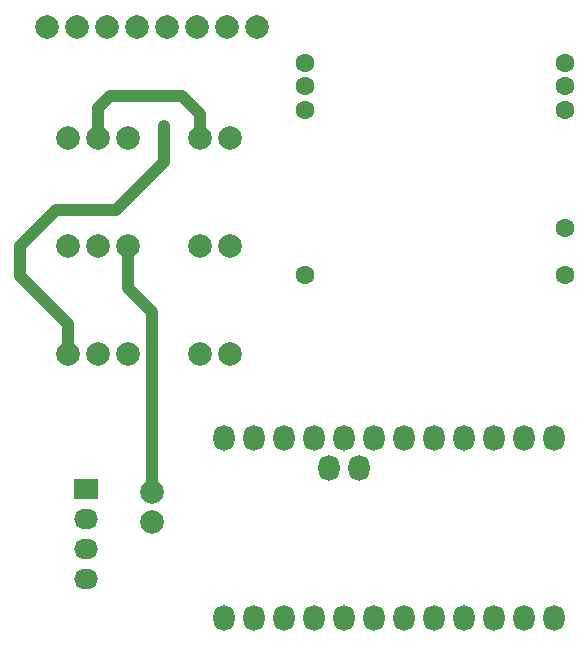
<source format=gbr>
G04 #@! TF.GenerationSoftware,KiCad,Pcbnew,(5.0.2)-1*
G04 #@! TF.CreationDate,2019-05-13T13:57:21+02:00*
G04 #@! TF.ProjectId,placa buena lineas rectas,706c6163-6120-4627-9565-6e61206c696e,rev?*
G04 #@! TF.SameCoordinates,Original*
G04 #@! TF.FileFunction,Copper,L1,Top*
G04 #@! TF.FilePolarity,Positive*
%FSLAX46Y46*%
G04 Gerber Fmt 4.6, Leading zero omitted, Abs format (unit mm)*
G04 Created by KiCad (PCBNEW (5.0.2)-1) date 13/05/2019 13:57:21*
%MOMM*%
%LPD*%
G01*
G04 APERTURE LIST*
G04 #@! TA.AperFunction,ComponentPad*
%ADD10C,1.600000*%
G04 #@! TD*
G04 #@! TA.AperFunction,ComponentPad*
%ADD11O,1.800000X2.199640*%
G04 #@! TD*
G04 #@! TA.AperFunction,ComponentPad*
%ADD12C,2.000000*%
G04 #@! TD*
G04 #@! TA.AperFunction,ComponentPad*
%ADD13R,2.032000X1.727200*%
G04 #@! TD*
G04 #@! TA.AperFunction,ComponentPad*
%ADD14O,2.032000X1.727200*%
G04 #@! TD*
G04 #@! TA.AperFunction,ViaPad*
%ADD15C,1.000000*%
G04 #@! TD*
G04 #@! TA.AperFunction,Conductor*
%ADD16C,1.000000*%
G04 #@! TD*
G04 APERTURE END LIST*
D10*
G04 #@! TO.P,,1*
G04 #@! TO.N,3.7V*
X136499600Y-46482000D03*
G04 #@! TO.P,,2*
G04 #@! TO.N,TX_XBEE*
X136499600Y-48482000D03*
G04 #@! TO.P,,3*
G04 #@! TO.N,RX_XBEE*
X136499600Y-50482000D03*
G04 #@! TO.P,,4*
G04 #@! TO.N,GND*
X136499600Y-64482000D03*
G04 #@! TO.P,,5*
G04 #@! TO.N,Net-(U4-Pad5)*
X158499600Y-46482000D03*
G04 #@! TO.P,,6*
G04 #@! TO.N,Net-(U4-Pad6)*
X158499600Y-48482000D03*
G04 #@! TO.P,,7*
G04 #@! TO.N,Net-(U4-Pad7)*
X158499600Y-50482000D03*
G04 #@! TO.P,,8*
G04 #@! TO.N,PINOUT_TRANSISTOR*
X158499600Y-60482000D03*
G04 #@! TO.P,,9*
G04 #@! TO.N,Net-(U4-Pad9)*
X158499600Y-64482000D03*
G04 #@! TD*
D11*
G04 #@! TO.P,U2,12*
G04 #@! TO.N,Net-(U2-Pad12)*
X129641600Y-93472000D03*
G04 #@! TO.P,U2,11*
G04 #@! TO.N,Net-(U2-Pad11)*
X132181600Y-93472000D03*
G04 #@! TO.P,U2,10*
G04 #@! TO.N,Net-(U2-Pad10)*
X134721600Y-93472000D03*
G04 #@! TO.P,U2,9*
G04 #@! TO.N,Net-(U2-Pad9)*
X137261600Y-93472000D03*
G04 #@! TO.P,U2,8*
G04 #@! TO.N,RX_ARDUINO*
X139801600Y-93472000D03*
G04 #@! TO.P,U2,7*
G04 #@! TO.N,RX_XBEE*
X142341600Y-93472000D03*
G04 #@! TO.P,U2,6*
G04 #@! TO.N,Net-(U2-Pad6)*
X144881600Y-93472000D03*
G04 #@! TO.P,U2,5*
G04 #@! TO.N,SENS_DATA*
X147421600Y-93472000D03*
G04 #@! TO.P,U2,4*
G04 #@! TO.N,Net-(U2-Pad4)*
X149961600Y-93472000D03*
G04 #@! TO.P,U2,3*
G04 #@! TO.N,Net-(U2-Pad3)*
X152501600Y-93472000D03*
G04 #@! TO.P,U2,2*
G04 #@! TO.N,Net-(U2-Pad2)*
X155041600Y-93472000D03*
G04 #@! TO.P,U2,1*
G04 #@! TO.N,Net-(U2-Pad1)*
X157581600Y-93472000D03*
G04 #@! TO.P,U2,24*
G04 #@! TO.N,Net-(U2-Pad24)*
X157581600Y-78232000D03*
G04 #@! TO.P,U2,23*
G04 #@! TO.N,Net-(U2-Pad23)*
X155041600Y-78232000D03*
G04 #@! TO.P,U2,22*
G04 #@! TO.N,Net-(U2-Pad22)*
X152501600Y-78232000D03*
G04 #@! TO.P,U2,21*
G04 #@! TO.N,Net-(U2-Pad21)*
X149961600Y-78232000D03*
G04 #@! TO.P,U2,20*
G04 #@! TO.N,Net-(U2-Pad20)*
X147421600Y-78232000D03*
G04 #@! TO.P,U2,19*
G04 #@! TO.N,Net-(U2-Pad19)*
X144881600Y-78232000D03*
G04 #@! TO.P,U2,18*
G04 #@! TO.N,Net-(U2-Pad18)*
X142341600Y-78232000D03*
G04 #@! TO.P,U2,17*
G04 #@! TO.N,Net-(U2-Pad17)*
X139801600Y-78232000D03*
G04 #@! TO.P,U2,16*
G04 #@! TO.N,3.7V_OUT-T*
X137261600Y-78232000D03*
G04 #@! TO.P,U2,15*
G04 #@! TO.N,Net-(U2-Pad15)*
X134721600Y-78232000D03*
G04 #@! TO.P,U2,14*
G04 #@! TO.N,GND*
X132181600Y-78232000D03*
G04 #@! TO.P,U2,13*
G04 #@! TO.N,Net-(U2-Pad13)*
X129641600Y-78232000D03*
G04 #@! TO.P,U2,25*
G04 #@! TO.N,Net-(U2-Pad25)*
X141071600Y-80772000D03*
G04 #@! TO.P,U2,26*
G04 #@! TO.N,Net-(U2-Pad26)*
X138531600Y-80772000D03*
G04 #@! TD*
D12*
G04 #@! TO.P,,1*
G04 #@! TO.N,3.7V*
X114655600Y-43434000D03*
G04 #@! TO.P,,2*
G04 #@! TO.N,GND*
X117195600Y-43434000D03*
G04 #@! TO.P,,3*
G04 #@! TO.N,3.7V*
X119735600Y-43434000D03*
G04 #@! TO.P,,4*
G04 #@! TO.N,GND*
X122275600Y-43434000D03*
G04 #@! TO.P,,5*
X124815600Y-43434000D03*
G04 #@! TO.P,,6*
G04 #@! TO.N,3.7V*
X127355600Y-43434000D03*
G04 #@! TO.P,,7*
G04 #@! TO.N,GND*
X129895600Y-43434000D03*
G04 #@! TO.P,,8*
G04 #@! TO.N,3.7V*
X132435600Y-43434000D03*
G04 #@! TD*
G04 #@! TO.P,,2*
G04 #@! TO.N,Salida_2T*
X130149600Y-61976000D03*
G04 #@! TO.P,,1*
G04 #@! TO.N,Net-(U10-Pad2)*
X127609600Y-61976000D03*
G04 #@! TD*
G04 #@! TO.P,,2*
G04 #@! TO.N,Salida_2T*
X130149600Y-71120000D03*
G04 #@! TO.P,,1*
G04 #@! TO.N,Net-(U7-Pad1)*
X127609600Y-71120000D03*
G04 #@! TD*
G04 #@! TO.P,,2*
G04 #@! TO.N,PINOUT_TRANSISTOR*
X130149600Y-52832000D03*
G04 #@! TO.P,,1*
G04 #@! TO.N,Net-(U5-Pad1)*
X127609600Y-52832000D03*
G04 #@! TD*
G04 #@! TO.P,,1*
G04 #@! TO.N,3.7V_OUT-T*
X123545600Y-82804000D03*
G04 #@! TO.P,,2*
G04 #@! TO.N,SENS_DATA*
X123545600Y-85344000D03*
G04 #@! TD*
G04 #@! TO.P,,1*
G04 #@! TO.N,Salida_2T*
X116433600Y-52832000D03*
G04 #@! TO.P,,2*
G04 #@! TO.N,Net-(U5-Pad1)*
X118973600Y-52832000D03*
G04 #@! TO.P,,3*
G04 #@! TO.N,GND*
X121513600Y-52832000D03*
G04 #@! TD*
G04 #@! TO.P,,3*
G04 #@! TO.N,3.7V_OUT-T*
X121513600Y-61976000D03*
G04 #@! TO.P,,2*
G04 #@! TO.N,Net-(U10-Pad2)*
X118973600Y-61976000D03*
G04 #@! TO.P,,1*
G04 #@! TO.N,3.7V*
X116433600Y-61976000D03*
G04 #@! TD*
G04 #@! TO.P,,1*
G04 #@! TO.N,TX_XBEE*
X116433600Y-71120000D03*
G04 #@! TO.P,,2*
G04 #@! TO.N,Net-(U7-Pad1)*
X118973600Y-71120000D03*
G04 #@! TO.P,,3*
G04 #@! TO.N,RX_ARDUINO*
X121513600Y-71120000D03*
G04 #@! TD*
D13*
G04 #@! TO.P,,1*
G04 #@! TO.N,3.7V_OUT-T*
X117957600Y-82550000D03*
D14*
G04 #@! TO.P,,2*
G04 #@! TO.N,SENS_DATA*
X117957600Y-85090000D03*
G04 #@! TO.P,,3*
G04 #@! TO.N,Net-(TH1-Pad3)*
X117957600Y-87630000D03*
G04 #@! TO.P,,4*
G04 #@! TO.N,GND*
X117957600Y-90170000D03*
G04 #@! TD*
D15*
G04 #@! TO.N,TX_XBEE*
X124561600Y-51816000D03*
G04 #@! TD*
D16*
G04 #@! TO.N,TX_XBEE*
X124561600Y-51816000D02*
X124561600Y-54864000D01*
X124561600Y-54864000D02*
X120497600Y-58928000D01*
X120497600Y-58928000D02*
X115417600Y-58928000D01*
X115417600Y-58928000D02*
X112369600Y-61976000D01*
X112369600Y-61976000D02*
X112369600Y-64516000D01*
X116433600Y-68580000D02*
X116433600Y-71120000D01*
X112369600Y-64516000D02*
X116433600Y-68580000D01*
G04 #@! TO.N,3.7V_OUT-T*
X121513600Y-61976000D02*
X121513600Y-65532000D01*
X121513600Y-65532000D02*
X123545600Y-67564000D01*
X123545600Y-67564000D02*
X123545600Y-82804000D01*
G04 #@! TO.N,Net-(U5-Pad1)*
X118973600Y-52832000D02*
X118973600Y-50292000D01*
X118973600Y-50292000D02*
X119989600Y-49276000D01*
X119989600Y-49276000D02*
X126085600Y-49276000D01*
X127609600Y-50800000D02*
X127609600Y-52832000D01*
X126085600Y-49276000D02*
X127609600Y-50800000D01*
G04 #@! TD*
M02*

</source>
